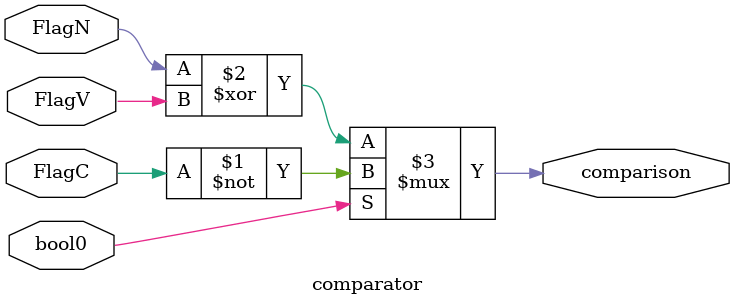
<source format=sv>
`timescale 1ns / 1ps
`default_nettype none


module comparator(
    input wire FlagN, FlagV, FlagC, bool0,
    output wire comparison
    );
    
assign comparison = bool0 ? ~FlagC: (FlagN^FlagV);
    
endmodule

</source>
